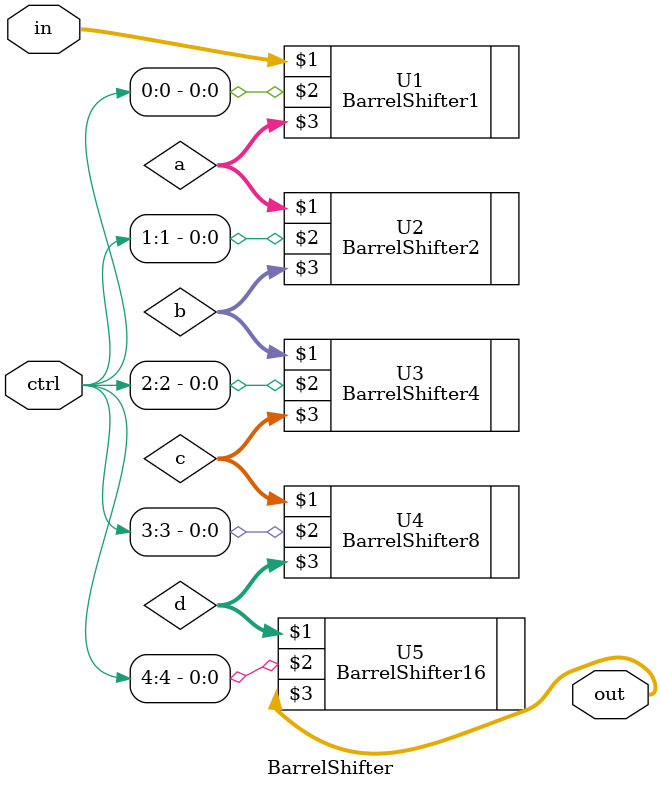
<source format=v>

module BarrelShifter(in, ctrl, out);

    input  [31:0] in;
    input [4:0] ctrl;
    output [31:0] out;
    wire [31:0] a,b,c,d;
	wire [31:0] temp ;

    BarrelShifter1 U1(in,ctrl[0],a);
    BarrelShifter2 U2(a,ctrl[1],b);
    BarrelShifter4 U3(b,ctrl[2],c);
    BarrelShifter8 U4(c,ctrl[3],d);
    BarrelShifter16 U5(d,ctrl[4],out);

endmodule
</source>
